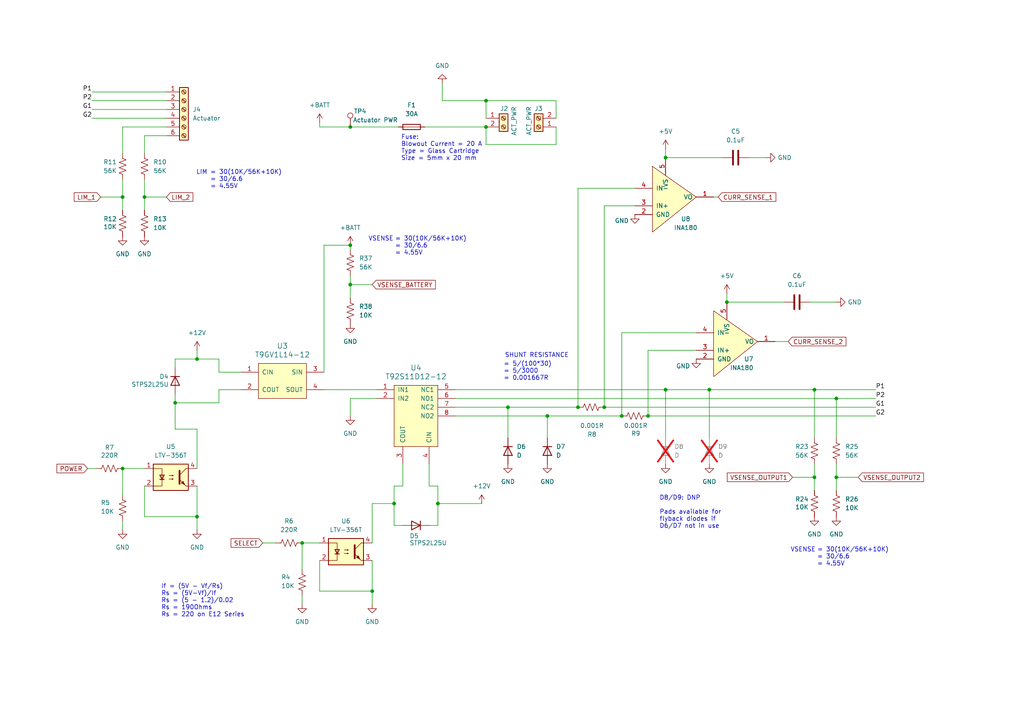
<source format=kicad_sch>
(kicad_sch (version 20231120) (generator "eeschema") (generator_version "8.0")
  (paper "A4")
  (lib_symbols
    (symbol "Connector:Screw_Terminal_01x02" (pin_names (offset 1.016) hide)
      (property "Reference" "J" (at 0 2.54 0))
      (property "Value" "Screw_Terminal_01x02" (at 0 -5.08 0))
      (symbol "Screw_Terminal_01x02_1_1"
        (rectangle (start -1.27 1.27) (end 1.27 -3.81) (stroke (width 0.254)) (fill (type background)))
        (circle (center 0 -2.54) (radius 0.635) (stroke (width 0.1524)))
        (polyline (pts (xy -0.5334 -2.2098) (xy 0.3302 -3.048)) (stroke (width 0.1524)))
        (polyline (pts (xy -0.5334 0.3302) (xy 0.3302 -0.508)) (stroke (width 0.1524)))
        (polyline (pts (xy -0.3556 -2.032) (xy 0.508 -2.8702)) (stroke (width 0.1524)))
        (polyline (pts (xy -0.3556 0.508) (xy 0.508 -0.3302)) (stroke (width 0.1524)))
        (circle (center 0 0) (radius 0.635) (stroke (width 0.1524)))
        (pin passive line (at -5.08 0 0) (length 3.81) (name "Pin_1") (number "1"))
        (pin passive line (at -5.08 -2.54 0) (length 3.81) (name "Pin_2") (number "2"))
      )
    )
    (symbol "Connector:Screw_Terminal_01x06" (pin_names (offset 1.016) hide)
      (property "Reference" "J" (at 0 7.62 0))
      (property "Value" "Screw_Terminal_01x06" (at 0 -10.16 0))
      (symbol "Screw_Terminal_01x06_1_1"
        (rectangle (start -1.27 6.35) (end 1.27 -8.89) (stroke (width 0.254)) (fill (type background)))
        (circle (center 0 -7.62) (radius 0.635) (stroke (width 0.1524)))
        (circle (center 0 -5.08) (radius 0.635) (stroke (width 0.1524)))
        (circle (center 0 -2.54) (radius 0.635) (stroke (width 0.1524)))
        (polyline (pts (xy -0.5334 -7.2898) (xy 0.3302 -8.128)) (stroke (width 0.1524)))
        (polyline (pts (xy -0.5334 -4.7498) (xy 0.3302 -5.588)) (stroke (width 0.1524)))
        (polyline (pts (xy -0.5334 -2.2098) (xy 0.3302 -3.048)) (stroke (width 0.1524)))
        (polyline (pts (xy -0.5334 0.3302) (xy 0.3302 -0.508)) (stroke (width 0.1524)))
        (polyline (pts (xy -0.5334 2.8702) (xy 0.3302 2.032)) (stroke (width 0.1524)))
        (polyline (pts (xy -0.5334 5.4102) (xy 0.3302 4.572)) (stroke (width 0.1524)))
        (polyline (pts (xy -0.3556 -7.112) (xy 0.508 -7.9502)) (stroke (width 0.1524)))
        (polyline (pts (xy -0.3556 -4.572) (xy 0.508 -5.4102)) (stroke (width 0.1524)))
        (polyline (pts (xy -0.3556 -2.032) (xy 0.508 -2.8702)) (stroke (width 0.1524)))
        (polyline (pts (xy -0.3556 0.508) (xy 0.508 -0.3302)) (stroke (width 0.1524)))
        (polyline (pts (xy -0.3556 3.048) (xy 0.508 2.2098)) (stroke (width 0.1524)))
        (polyline (pts (xy -0.3556 5.588) (xy 0.508 4.7498)) (stroke (width 0.1524)))
        (circle (center 0 0) (radius 0.635) (stroke (width 0.1524)))
        (circle (center 0 2.54) (radius 0.635) (stroke (width 0.1524)))
        (circle (center 0 5.08) (radius 0.635) (stroke (width 0.1524)))
        (pin passive line (at -5.08 5.08 0) (length 3.81) (name "Pin_1") (number "1"))
        (pin passive line (at -5.08 2.54 0) (length 3.81) (name "Pin_2") (number "2"))
        (pin passive line (at -5.08 0 0) (length 3.81) (name "Pin_3") (number "3"))
        (pin passive line (at -5.08 -2.54 0) (length 3.81) (name "Pin_4") (number "4"))
        (pin passive line (at -5.08 -5.08 0) (length 3.81) (name "Pin_5") (number "5"))
        (pin passive line (at -5.08 -7.62 0) (length 3.81) (name "Pin_6") (number "6"))
      )
    )
    (symbol "Connector:TestPoint" (pin_numbers hide) (pin_names (offset 0.762) hide)
      (property "Reference" "TP" (at 0 6.858 0))
      (property "Value" "TestPoint" (at 0 5.08 0))
      (symbol "TestPoint_0_1"
        (circle (center 0 3.302) (radius 0.762))
      )
      (symbol "TestPoint_1_1"
        (pin passive line (at 0 0 90) (length 2.54) (name "1") (number "1"))
      )
    )
    (symbol "Device:C" (pin_numbers hide) (pin_names (offset 0.254))
      (property "Reference" "C" (at 0.635 2.54 0))
      (property "Value" "C" (at 0.635 -2.54 0))
      (symbol "C_0_1"
        (polyline (pts (xy -2.032 -0.762) (xy 2.032 -0.762)) (stroke (width 0.508)))
        (polyline (pts (xy -2.032 0.762) (xy 2.032 0.762)) (stroke (width 0.508)))
      )
      (symbol "C_1_1"
        (pin passive line (at 0 3.81 270) (length 2.794) (name "~") (number "1"))
        (pin passive line (at 0 -3.81 90) (length 2.794) (name "~") (number "2"))
      )
    )
    (symbol "Device:D" (pin_numbers hide) (pin_names (offset 1.016) hide)
      (property "Reference" "D" (at 0 2.54 0))
      (property "Value" "D" (at 0 -2.54 0))
      (symbol "D_0_1"
        (polyline (pts (xy -1.27 1.27) (xy -1.27 -1.27)) (stroke (width 0.254)))
        (polyline (pts (xy 1.27 0) (xy -1.27 0)))
        (polyline (pts (xy 1.27 1.27) (xy 1.27 -1.27) (xy -1.27 0) (xy 1.27 1.27)) (stroke (width 0.254)))
      )
      (symbol "D_1_1"
        (pin passive line (at -3.81 0 0) (length 2.54) (name "K") (number "1"))
        (pin passive line (at 3.81 0 180) (length 2.54) (name "A") (number "2"))
      )
    )
    (symbol "Device:Fuse" (pin_numbers hide) (pin_names (offset 0))
      (property "Reference" "F" (at 2.032 0 90))
      (property "Value" "Fuse" (at -1.905 0 90))
      (symbol "Fuse_0_1"
        (rectangle (start -0.762 -2.54) (end 0.762 2.54) (stroke (width 0.254)))
        (polyline (pts (xy 0 2.54) (xy 0 -2.54)))
      )
      (symbol "Fuse_1_1"
        (pin passive line (at 0 3.81 270) (length 1.27) (name "~") (number "1"))
        (pin passive line (at 0 -3.81 90) (length 1.27) (name "~") (number "2"))
      )
    )
    (symbol "Device:R_US" (pin_numbers hide) (pin_names (offset 0))
      (property "Reference" "R" (at 2.54 0 90))
      (property "Value" "R_US" (at -2.54 0 90))
      (symbol "R_US_0_1"
        (polyline (pts (xy 0 -2.286) (xy 0 -2.54)))
        (polyline (pts (xy 0 2.286) (xy 0 2.54)))
        (polyline (pts (xy 0 -0.762) (xy 1.016 -1.143) (xy 0 -1.524) (xy -1.016 -1.905) (xy 0 -2.286)))
        (polyline (pts (xy 0 0.762) (xy 1.016 0.381) (xy 0 0) (xy -1.016 -0.381) (xy 0 -0.762)))
        (polyline (pts (xy 0 2.286) (xy 1.016 1.905) (xy 0 1.524) (xy -1.016 1.143) (xy 0 0.762)))
      )
      (symbol "R_US_1_1"
        (pin passive line (at 0 3.81 270) (length 1.27) (name "~") (number "1"))
        (pin passive line (at 0 -3.81 90) (length 1.27) (name "~") (number "2"))
      )
    )
    (symbol "Isolator:LTV-356T" (pin_names (offset 1.016))
      (property "Reference" "U" (at -5.334 4.826 0))
      (property "Value" "LTV-356T" (at 0 5.08 0))
      (symbol "LTV-356T_0_1"
        (rectangle (start -5.08 3.81) (end 5.08 -3.81) (stroke (width 0.254)) (fill (type background)))
        (polyline (pts (xy -3.175 -0.635) (xy -1.905 -0.635)) (stroke (width 0.254)))
        (polyline (pts (xy 2.54 0.635) (xy 4.445 2.54)))
        (polyline (pts (xy 4.445 -2.54) (xy 2.54 -0.635)) (fill (type outline)))
        (polyline (pts (xy 4.445 -2.54) (xy 5.08 -2.54)))
        (polyline (pts (xy 4.445 2.54) (xy 5.08 2.54)))
        (polyline (pts (xy -5.08 2.54) (xy -2.54 2.54) (xy -2.54 -0.762)))
        (polyline (pts (xy -2.54 -0.635) (xy -2.54 -2.54) (xy -5.08 -2.54)))
        (polyline (pts (xy 2.54 1.905) (xy 2.54 -1.905) (xy 2.54 -1.905)) (stroke (width 0.508)))
        (polyline (pts (xy -2.54 -0.635) (xy -3.175 0.635) (xy -1.905 0.635) (xy -2.54 -0.635)) (stroke (width 0.254)))
        (polyline (pts (xy -0.508 -0.508) (xy 0.762 -0.508) (xy 0.381 -0.635) (xy 0.381 -0.381) (xy 0.762 -0.508)))
        (polyline (pts (xy -0.508 0.508) (xy 0.762 0.508) (xy 0.381 0.381) (xy 0.381 0.635) (xy 0.762 0.508)))
        (polyline (pts (xy 3.048 -1.651) (xy 3.556 -1.143) (xy 4.064 -2.159) (xy 3.048 -1.651) (xy 3.048 -1.651)) (fill (type outline)))
      )
      (symbol "LTV-356T_1_1"
        (pin passive line (at -7.62 2.54 0) (length 2.54) (name "~") (number "1"))
        (pin passive line (at -7.62 -2.54 0) (length 2.54) (name "~") (number "2"))
        (pin passive line (at 7.62 -2.54 180) (length 2.54) (name "~") (number "3"))
        (pin passive line (at 7.62 2.54 180) (length 2.54) (name "~") (number "4"))
      )
    )
    (symbol "canhw:INA180" (pin_names (offset 1.016))
      (property "Reference" "U" (at -5.08 13.97 0))
      (property "Value" "INA180" (at -11.43 15.24 0))
      (symbol "INA180_0_1"
        (polyline (pts (xy 5.08 0) (xy -7.62 8.89)))
        (polyline (pts (xy -7.62 8.89) (xy -7.62 -10.16) (xy 5.08 0)) (fill (type background)))
      )
      (symbol "INA180_1_1"
        (pin output line (at 10.16 0 180) (length 5.08) (name "VO") (number "1"))
        (pin power_in line (at -12.7 -5.08 0) (length 5.08) (name "GND") (number "2"))
        (pin input line (at -12.7 -2.54 0) (length 5.08) (name "IN+") (number "3"))
        (pin input line (at -12.7 2.54 0) (length 5.08) (name "IN-") (number "4"))
        (pin power_in line (at -3.81 11.43 270) (length 5.08) (name "VS") (number "5"))
      )
    )
    (symbol "power:+12V" (power) (pin_numbers hide) (pin_names (offset 0) hide)
      (property "Value" "+12V" (at 0 3.556 0))
      (symbol "+12V_0_1"
        (polyline (pts (xy -0.762 1.27) (xy 0 2.54)))
        (polyline (pts (xy 0 0) (xy 0 2.54)))
        (polyline (pts (xy 0 2.54) (xy 0.762 1.27)))
      )
      (symbol "+12V_1_1"
        (pin power_in line (at 0 0 90) (length 0) (name "~") (number "1"))
      )
    )
    (symbol "power:+5V" (power) (pin_numbers hide) (pin_names (offset 0) hide)
      (property "Value" "+5V" (at 0 3.556 0))
      (symbol "+5V_0_1"
        (polyline (pts (xy -0.762 1.27) (xy 0 2.54)))
        (polyline (pts (xy 0 0) (xy 0 2.54)))
        (polyline (pts (xy 0 2.54) (xy 0.762 1.27)))
      )
      (symbol "+5V_1_1"
        (pin power_in line (at 0 0 90) (length 0) (name "~") (number "1"))
      )
    )
    (symbol "power:+BATT" (power) (pin_numbers hide) (pin_names (offset 0) hide)
      (property "Value" "+BATT" (at 0 3.556 0))
      (symbol "+BATT_0_1"
        (polyline (pts (xy -0.762 1.27) (xy 0 2.54)))
        (polyline (pts (xy 0 0) (xy 0 2.54)))
        (polyline (pts (xy 0 2.54) (xy 0.762 1.27)))
      )
      (symbol "+BATT_1_1"
        (pin power_in line (at 0 0 90) (length 0) (name "~") (number "1"))
      )
    )
    (symbol "power:GND" (power) (pin_numbers hide) (pin_names (offset 0) hide)
      (property "Value" "GND" (at 0 -3.81 0))
      (symbol "GND_0_1"
        (polyline (pts (xy 0 0) (xy 0 -1.27) (xy 1.27 -1.27) (xy 0 -2.54) (xy -1.27 -1.27) (xy 0 -1.27)))
      )
      (symbol "GND_1_1"
        (pin power_in line (at 0 0 270) (length 0) (name "~") (number "1"))
      )
    )
    (symbol "relay_board:SPST_POWER_RELAY" (pin_names (offset 1.016))
      (property "Reference" "U3" (at -0.635 2.54 0))
      (property "Value" "SPST_POWER_RELAY" (at -0.635 0 0))
      (symbol "SPST_POWER_RELAY_1_1"
        (rectangle (start -7.62 -2.54) (end 6.35 -12.7) (fill (type background)))
        (pin input line (at -12.7 -5.08 0) (length 5.08) (name "CIN") (number "1"))
        (pin output line (at -12.7 -10.16 0) (length 5.08) (name "COUT") (number "2"))
        (pin input line (at 11.43 -5.08 180) (length 5.08) (name "SIN") (number "3"))
        (pin output line (at 11.43 -10.16 180) (length 5.08) (name "SOUT") (number "4"))
      )
    )
    (symbol "relay_board:dpdt_relay" (pin_names (offset 1.016))
      (property "Reference" "U4" (at 0 2.54 0))
      (property "Value" "dpdt_relay" (at 0 0 0))
      (symbol "dpdt_relay_1_1"
        (rectangle (start -6.35 -2.54) (end 6.35 -20.32) (fill (type background)))
        (pin input line (at -11.43 -3.81 0) (length 5.08) (name "IN1") (number "1"))
        (pin input line (at -11.43 -6.35 0) (length 5.08) (name "IN2") (number "2"))
        (pin input line (at -3.81 -25.4 90) (length 5.08) (name "COUT") (number "3"))
        (pin input line (at 3.81 -25.4 90) (length 5.08) (name "CIN") (number "4"))
        (pin input line (at 11.43 -3.81 180) (length 5.08) (name "NC1") (number "5"))
        (pin input line (at 11.43 -6.35 180) (length 5.08) (name "NO1") (number "6"))
        (pin input line (at 11.43 -8.89 180) (length 5.08) (name "NC2") (number "7"))
        (pin input line (at 11.43 -11.43 180) (length 5.08) (name "NO2") (number "8"))
      )
    )
  )
  (junction (at 147.32 118.11))
  (junction (at 180.34 120.65))
  (junction (at 50.8 116.84))
  (junction (at 140.97 36.83))
  (junction (at 101.6 36.83))
  (junction (at 193.04 45.72))
  (junction (at 114.3 146.05))
  (junction (at 57.15 149.86))
  (junction (at 242.57 138.43))
  (junction (at 127 146.05))
  (junction (at 35.56 57.15))
  (junction (at 236.22 113.03))
  (junction (at 107.95 171.45))
  (junction (at 101.6 82.55))
  (junction (at 87.63 157.48))
  (junction (at 175.26 118.11))
  (junction (at 158.75 120.65))
  (junction (at 41.91 57.15))
  (junction (at 236.22 138.43))
  (junction (at 210.82 87.63))
  (junction (at 167.64 118.11))
  (junction (at 57.15 104.14))
  (junction (at 187.96 120.65))
  (junction (at 193.04 113.03))
  (junction (at 242.57 115.57))
  (junction (at 35.56 135.89))
  (junction (at 101.6 71.12))
  (junction (at 205.74 113.03))
  (junction (at 140.97 29.21))
  (wire (pts (xy 158.75 120.65) (xy 180.34 120.65)))
  (wire (pts (xy 180.34 96.52) (xy 180.34 120.65)))
  (wire (pts (xy 63.5 104.14) (xy 63.5 107.95)))
  (wire (pts (xy 234.95 87.63) (xy 242.57 87.63)))
  (wire (pts (xy 132.08 120.65) (xy 158.75 120.65)))
  (wire (pts (xy 210.82 85.09) (xy 210.82 87.63)))
  (wire (pts (xy 217.17 45.72) (xy 222.25 45.72)))
  (wire (pts (xy 50.8 104.14) (xy 50.8 106.68)))
  (wire (pts (xy 57.15 124.46) (xy 57.15 135.89)))
  (wire (pts (xy 57.15 104.14) (xy 63.5 104.14)))
  (wire (pts (xy 132.08 118.11) (xy 147.32 118.11)))
  (wire (pts (xy 147.32 118.11) (xy 147.32 127)))
  (wire (pts (xy 50.8 116.84) (xy 50.8 124.46)))
  (wire (pts (xy 207.01 57.15) (xy 208.28 57.15)))
  (wire (pts (xy 161.29 41.91) (xy 140.97 41.91)))
  (wire (pts (xy 124.46 152.4) (xy 127 152.4)))
  (wire (pts (xy 140.97 34.29) (xy 140.97 29.21)))
  (wire (pts (xy 87.63 157.48) (xy 92.71 157.48)))
  (wire (pts (xy 93.98 113.03) (xy 109.22 113.03)))
  (wire (pts (xy 26.67 31.75) (xy 48.26 31.75)))
  (wire (pts (xy 35.56 135.89) (xy 41.91 135.89)))
  (wire (pts (xy 205.74 113.03) (xy 205.74 127)))
  (wire (pts (xy 25.4 135.89) (xy 27.94 135.89)))
  (wire (pts (xy 175.26 59.69) (xy 184.15 59.69)))
  (wire (pts (xy 50.8 116.84) (xy 63.5 116.84)))
  (wire (pts (xy 35.56 57.15) (xy 35.56 60.96)))
  (wire (pts (xy 140.97 36.83) (xy 123.19 36.83)))
  (wire (pts (xy 57.15 149.86) (xy 57.15 153.67)))
  (wire (pts (xy 127 146.05) (xy 127 140.97)))
  (wire (pts (xy 242.57 138.43) (xy 242.57 142.24)))
  (wire (pts (xy 41.91 57.15) (xy 48.26 57.15)))
  (wire (pts (xy 101.6 82.55) (xy 101.6 86.36)))
  (wire (pts (xy 26.67 34.29) (xy 48.26 34.29)))
  (wire (pts (xy 57.15 140.97) (xy 57.15 149.86)))
  (wire (pts (xy 114.3 152.4) (xy 116.84 152.4)))
  (wire (pts (xy 35.56 36.83) (xy 35.56 44.45)))
  (wire (pts (xy 224.79 99.06) (xy 228.6 99.06)))
  (wire (pts (xy 107.95 146.05) (xy 114.3 146.05)))
  (wire (pts (xy 187.96 101.6) (xy 187.96 120.65)))
  (wire (pts (xy 101.6 36.83) (xy 115.57 36.83)))
  (wire (pts (xy 242.57 115.57) (xy 242.57 127)))
  (wire (pts (xy 35.56 135.89) (xy 35.56 143.51)))
  (wire (pts (xy 93.98 71.12) (xy 101.6 71.12)))
  (wire (pts (xy 114.3 146.05) (xy 114.3 152.4)))
  (wire (pts (xy 147.32 118.11) (xy 167.64 118.11)))
  (wire (pts (xy 210.82 87.63) (xy 227.33 87.63)))
  (wire (pts (xy 236.22 134.62) (xy 236.22 138.43)))
  (wire (pts (xy 193.04 43.18) (xy 193.04 45.72)))
  (wire (pts (xy 140.97 29.21) (xy 161.29 29.21)))
  (wire (pts (xy 193.04 113.03) (xy 193.04 127)))
  (wire (pts (xy 101.6 80.01) (xy 101.6 82.55)))
  (wire (pts (xy 57.15 101.6) (xy 57.15 104.14)))
  (wire (pts (xy 76.2 157.48) (xy 80.01 157.48)))
  (wire (pts (xy 175.26 59.69) (xy 175.26 118.11)))
  (wire (pts (xy 92.71 35.56) (xy 92.71 36.83)))
  (wire (pts (xy 107.95 162.56) (xy 107.95 171.45)))
  (wire (pts (xy 101.6 82.55) (xy 107.95 82.55)))
  (wire (pts (xy 41.91 140.97) (xy 41.91 149.86)))
  (wire (pts (xy 114.3 140.97) (xy 116.84 140.97)))
  (wire (pts (xy 63.5 113.03) (xy 69.85 113.03)))
  (wire (pts (xy 193.04 113.03) (xy 205.74 113.03)))
  (wire (pts (xy 242.57 115.57) (xy 254 115.57)))
  (wire (pts (xy 180.34 96.52) (xy 201.93 96.52)))
  (wire (pts (xy 140.97 29.21) (xy 128.27 29.21)))
  (wire (pts (xy 29.21 57.15) (xy 35.56 57.15)))
  (wire (pts (xy 205.74 113.03) (xy 236.22 113.03)))
  (wire (pts (xy 127 140.97) (xy 124.46 140.97)))
  (wire (pts (xy 236.22 138.43) (xy 236.22 142.24)))
  (wire (pts (xy 114.3 146.05) (xy 114.3 140.97)))
  (wire (pts (xy 93.98 71.12) (xy 93.98 107.95)))
  (wire (pts (xy 236.22 113.03) (xy 236.22 127)))
  (wire (pts (xy 132.08 113.03) (xy 193.04 113.03)))
  (wire (pts (xy 87.63 172.72) (xy 87.63 175.26)))
  (wire (pts (xy 87.63 157.48) (xy 87.63 165.1)))
  (wire (pts (xy 229.87 138.43) (xy 236.22 138.43)))
  (wire (pts (xy 161.29 36.83) (xy 161.29 41.91)))
  (wire (pts (xy 41.91 52.07) (xy 41.91 57.15)))
  (wire (pts (xy 132.08 115.57) (xy 242.57 115.57)))
  (wire (pts (xy 41.91 39.37) (xy 41.91 44.45)))
  (wire (pts (xy 158.75 120.65) (xy 158.75 127)))
  (wire (pts (xy 101.6 72.39) (xy 101.6 71.12)))
  (wire (pts (xy 35.56 151.13) (xy 35.56 153.67)))
  (wire (pts (xy 242.57 134.62) (xy 242.57 138.43)))
  (wire (pts (xy 26.67 26.67) (xy 48.26 26.67)))
  (wire (pts (xy 175.26 118.11) (xy 254 118.11)))
  (wire (pts (xy 167.64 54.61) (xy 167.64 118.11)))
  (wire (pts (xy 167.64 54.61) (xy 184.15 54.61)))
  (wire (pts (xy 236.22 113.03) (xy 254 113.03)))
  (wire (pts (xy 127 152.4) (xy 127 146.05)))
  (wire (pts (xy 50.8 124.46) (xy 57.15 124.46)))
  (wire (pts (xy 127 146.05) (xy 139.7 146.05)))
  (wire (pts (xy 140.97 41.91) (xy 140.97 36.83)))
  (wire (pts (xy 35.56 52.07) (xy 35.56 57.15)))
  (wire (pts (xy 116.84 140.97) (xy 116.84 134.62)))
  (wire (pts (xy 48.26 39.37) (xy 41.91 39.37)))
  (wire (pts (xy 50.8 104.14) (xy 57.15 104.14)))
  (wire (pts (xy 92.71 36.83) (xy 101.6 36.83)))
  (wire (pts (xy 41.91 57.15) (xy 41.91 60.96)))
  (wire (pts (xy 101.6 115.57) (xy 101.6 120.65)))
  (wire (pts (xy 48.26 36.83) (xy 35.56 36.83)))
  (wire (pts (xy 107.95 171.45) (xy 107.95 175.26)))
  (wire (pts (xy 26.67 29.21) (xy 48.26 29.21)))
  (wire (pts (xy 63.5 107.95) (xy 69.85 107.95)))
  (wire (pts (xy 161.29 29.21) (xy 161.29 34.29)))
  (wire (pts (xy 41.91 149.86) (xy 57.15 149.86)))
  (wire (pts (xy 92.71 162.56) (xy 92.71 171.45)))
  (wire (pts (xy 109.22 115.57) (xy 101.6 115.57)))
  (wire (pts (xy 107.95 146.05) (xy 107.95 157.48)))
  (wire (pts (xy 128.27 24.13) (xy 128.27 29.21)))
  (wire (pts (xy 242.57 138.43) (xy 248.92 138.43)))
  (wire (pts (xy 193.04 45.72) (xy 209.55 45.72)))
  (wire (pts (xy 63.5 116.84) (xy 63.5 113.03)))
  (wire (pts (xy 124.46 140.97) (xy 124.46 134.62)))
  (wire (pts (xy 92.71 171.45) (xy 107.95 171.45)))
  (wire (pts (xy 187.96 120.65) (xy 254 120.65)))
  (wire (pts (xy 50.8 114.3) (xy 50.8 116.84)))
  (wire (pts (xy 187.96 101.6) (xy 201.93 101.6)))
  (text "If = (5V - Vf/Rs)\nRs = (5V-Vf)/If\nRs = (5 - 1.2)/0.02\nRs = 190Ohms\nRs = 220 on E12 Series" (at 46.736 174.244 0) (effects (font (size 1.27 1.27)) (justify left)))
  (text "= 5/(100*30)\n= 5/3000\n= 0.001667R" (at 146.05 107.696 0) (effects (font (size 1.27 1.27)) (justify left)))
  (text "LIM" (at 56.896 50.038 0) (effects (font (size 1.27 1.27)) (justify left)))
  (text "Fuse: \nBlowout Current = 20 A\nType = Glass Cartridge\nSize = 5mm x 20 mm" (at 116.332 42.926 0) (effects (font (size 1.27 1.27)) (justify left)))
  (text "SHUNT RESISTANCE" (at 155.702 103.124 0) (effects (font (size 1.27 1.27))))
  (text "VSENSE" (at 232.918 159.512 0) (effects (font (size 1.27 1.27))))
  (text "D8/D9: DNP\n\nPads available for \nflyback diodes if \nD6/D7 not in use" (at 191.262 148.59 0) (effects (font (size 1.27 1.27)) (justify left)))
  (text "= 30(10K/56K+10K)\n= 30/6.6\n= 4.55V" (at 114.554 71.374 0) (effects (font (size 1.27 1.27)) (justify left)))
  (text "= 30(10K/56K+10K)\n= 30/6.6\n= 4.55V" (at 60.96 52.07 0) (effects (font (size 1.27 1.27)) (justify left)))
  (text "VSENSE" (at 110.49 69.342 0) (effects (font (size 1.27 1.27))))
  (text "= 30(10K/56K+10K)\n= 30/6.6\n= 4.55V" (at 236.982 161.544 0) (effects (font (size 1.27 1.27)) (justify left)))
  (label "P2" (at 254 115.57 0))
  (label "G2" (at 26.67 34.29 180))
  (label "G2" (at 254 120.65 0))
  (label "P2" (at 26.67 29.21 180))
  (label "P1" (at 26.67 26.67 180))
  (label "P1" (at 254 113.03 0))
  (label "G1" (at 26.67 31.75 180))
  (label "G1" (at 254 118.11 0))
  (global_label "CURR_SENSE_2" (shape input) (at 228.6 99.06 0) (property "Intersheetrefs" "${INTERSHEET_REFS}" (effects (hide yes))))
  (global_label "VSENSE_OUTPUT2" (shape input) (at 248.92 138.43 0) (property "Intersheetrefs" "${INTERSHEET_REFS}" (effects (hide yes))))
  (global_label "VSENSE_OUTPUT1" (shape input) (at 229.87 138.43 180) (property "Intersheetrefs" "${INTERSHEET_REFS}" (effects (hide yes))))
  (global_label "SELECT" (shape input) (at 76.2 157.48 180) (property "Intersheetrefs" "${INTERSHEET_REFS}" (effects (hide yes))))
  (global_label "LIM_1" (shape input) (at 29.21 57.15 180) (property "Intersheetrefs" "${INTERSHEET_REFS}" (effects (hide yes))))
  (global_label "LIM_2" (shape input) (at 48.26 57.15 0) (property "Intersheetrefs" "${INTERSHEET_REFS}" (effects (hide yes))))
  (global_label "CURR_SENSE_1" (shape input) (at 208.28 57.15 0) (property "Intersheetrefs" "${INTERSHEET_REFS}" (effects (hide yes))))
  (global_label "VSENSE_BATTERY" (shape input) (at 107.95 82.55 0) (property "Intersheetrefs" "${INTERSHEET_REFS}" (effects (hide yes))))
  (global_label "POWER" (shape input) (at 25.4 135.89 180) (property "Intersheetrefs" "${INTERSHEET_REFS}" (effects (hide yes))))
  (symbol (lib_id "power:GND") (at 101.6 93.98 0) (unit 1)
    (property "Reference" "#PWR073" (effects (hide yes)))
    (property "Value" "GND" (at 101.6 99.06 0))
    (property "Description" "Power symbol creates a global label with name \"GND\" , ground" (effects (hide yes)))
  )
  (symbol (lib_id "Connector:TestPoint") (at 101.6 36.83 0) (unit 1)
    (property "Reference" "TP4" (at 102.616 32.258 0) (effects (justify left)))
    (property "Value" "Actuator PWR" (at 102.362 34.798 0) (effects (justify left)))
    (property "Footprint" "TestPoint:TestPoint_Keystone_5000-5004_Miniature" (effects (hide yes)))
    (property "Description" "test point" (effects (hide yes)))
  )
  (symbol (lib_id "power:+12V") (at 57.15 101.6 0) (unit 1)
    (property "Reference" "#PWR053" (effects (hide yes)))
    (property "Value" "+12V" (at 57.15 96.52 0))
    (property "Description" "Power symbol creates a global label with name \"+12V\"" (effects (hide yes)))
  )
  (symbol (lib_id "Device:R_US") (at 101.6 90.17 180) (unit 1)
    (property "Reference" "R38" (at 104.14 88.8999 0) (effects (justify right)))
    (property "Value" "10K" (at 104.14 91.44 0) (effects (justify right)))
    (property "Footprint" "Resistor_SMD:R_0805_2012Metric_Pad1.20x1.40mm_HandSolder" (effects (hide yes)))
    (property "Description" "Resistor, US symbol" (effects (hide yes)))
  )
  (symbol (lib_id "relay_board:dpdt_relay") (at 120.65 109.22 0) (unit 1)
    (property "Reference" "U4" (at 120.65 106.68 0) (effects (font (size 1.524 1.524))))
    (property "Value" "T92S11D12-12" (at 120.65 109.22 0) (effects (font (size 1.524 1.524))))
    (property "Footprint" "footprints:RELAY8-T92-MODULE" (effects (hide yes)))
  )
  (symbol (lib_id "power:GND") (at 242.57 87.63 90) (unit 1)
    (property "Reference" "#PWR035" (effects (hide yes)))
    (property "Value" "GND" (at 247.904 87.63 90))
    (property "Description" "Power symbol creates a global label with name \"GND\" , ground" (effects (hide yes)))
  )
  (symbol (lib_id "Device:C") (at 213.36 45.72 90) (unit 1)
    (property "Reference" "C5" (at 213.36 38.1 90))
    (property "Value" "0.1uF" (at 213.36 40.64 90))
    (property "Footprint" "Capacitor_SMD:C_0805_2012Metric_Pad1.18x1.45mm_HandSolder" (effects (hide yes)))
    (property "Description" "Unpolarized capacitor" (effects (hide yes)))
  )
  (symbol (lib_id "canhw:INA180") (at 196.85 57.15 0) (unit 1)
    (property "Reference" "U8" (at 198.882 63.5 0))
    (property "Value" "INA180" (at 198.882 66.04 0))
    (property "Footprint" "Package_TO_SOT_SMD:SOT-23-5_HandSoldering" (effects (hide yes)))
  )
  (symbol (lib_id "Device:R_US") (at 41.91 48.26 180) (unit 1)
    (property "Reference" "R10" (at 44.45 46.9899 0) (effects (justify right)))
    (property "Value" "56K" (at 44.45 49.5299 0) (effects (justify right)))
    (property "Footprint" "Resistor_SMD:R_0805_2012Metric_Pad1.20x1.40mm_HandSolder" (effects (hide yes)))
    (property "Description" "Resistor, US symbol" (effects (hide yes)))
  )
  (symbol (lib_id "Device:Fuse") (at 119.38 36.83 90) (unit 1)
    (property "Reference" "F1" (at 119.38 30.48 90))
    (property "Value" "30A" (at 119.38 33.02 90))
    (property "Footprint" "footprints:3557-10_KEY" (effects (hide yes)))
    (property "Description" "Fuse" (effects (hide yes)))
  )
  (symbol (lib_id "Device:R_US") (at 242.57 130.81 180) (unit 1)
    (property "Reference" "R25" (at 245.11 129.5399 0) (effects (justify right)))
    (property "Value" "56K" (at 245.11 132.0799 0) (effects (justify right)))
    (property "Footprint" "Resistor_SMD:R_0805_2012Metric_Pad1.20x1.40mm_HandSolder" (effects (hide yes)))
    (property "Description" "Resistor, US symbol" (effects (hide yes)))
  )
  (symbol (lib_id "Device:R_US") (at 242.57 146.05 180) (unit 1)
    (property "Reference" "R26" (at 245.11 144.7799 0) (effects (justify right)))
    (property "Value" "10K" (at 245.11 147.32 0) (effects (justify right)))
    (property "Footprint" "Resistor_SMD:R_0805_2012Metric_Pad1.20x1.40mm_HandSolder" (effects (hide yes)))
    (property "Description" "Resistor, US symbol" (effects (hide yes)))
  )
  (symbol (lib_id "Device:R_US") (at 171.45 118.11 90) (unit 1)
    (property "Reference" "R8" (at 171.704 125.984 90))
    (property "Value" "0.001R" (at 171.704 123.444 90))
    (property "Footprint" "Resistor_SMD:R_0805_2012Metric_Pad1.20x1.40mm_HandSolder" (effects (hide yes)))
    (property "Description" "Resistor, US symbol" (effects (hide yes)))
  )
  (symbol (lib_id "power:GND") (at 201.93 104.14 0) (unit 1)
    (property "Reference" "#PWR030" (effects (hide yes)))
    (property "Value" "GND" (at 198.12 106.172 0))
    (property "Description" "Power symbol creates a global label with name \"GND\" , ground" (effects (hide yes)))
  )
  (symbol (lib_id "Device:R_US") (at 236.22 130.81 0) (unit 1)
    (property "Reference" "R23" (at 230.632 129.54 0) (effects (justify left)))
    (property "Value" "56K" (at 230.632 132.08 0) (effects (justify left)))
    (property "Footprint" "Resistor_SMD:R_0805_2012Metric_Pad1.20x1.40mm_HandSolder" (effects (hide yes)))
    (property "Description" "Resistor, US symbol" (effects (hide yes)))
  )
  (symbol (lib_id "power:GND") (at 205.74 134.62 0) (unit 1)
    (property "Reference" "#PWR029" (effects (hide yes)))
    (property "Value" "GND" (at 205.74 139.7 0))
    (property "Description" "Power symbol creates a global label with name \"GND\" , ground" (effects (hide yes)))
  )
  (symbol (lib_id "Device:C") (at 231.14 87.63 90) (unit 1)
    (property "Reference" "C6" (at 231.14 80.01 90))
    (property "Value" "0.1uF" (at 231.14 82.55 90))
    (property "Footprint" "Capacitor_SMD:C_0805_2012Metric_Pad1.18x1.45mm_HandSolder" (effects (hide yes)))
    (property "Description" "Unpolarized capacitor" (effects (hide yes)))
  )
  (symbol (lib_id "Connector:Screw_Terminal_01x06") (at 53.34 31.75 0) (unit 1)
    (property "Reference" "J4" (at 55.88 31.7499 0) (effects (justify left)))
    (property "Value" "Actuator" (at 55.88 34.2899 0) (effects (justify left)))
    (property "Footprint" "TerminalBlock_Phoenix:TerminalBlock_Phoenix_MKDS-1,5-6_1x06_P5.00mm_Horizontal" (effects (hide yes)))
    (property "Description" "Generic screw terminal, single row, 01x06, script generated (kicad-library-utils/schlib/autogen/connector/)" (effects (hide yes)))
  )
  (symbol (lib_id "Device:R_US") (at 35.56 147.32 0) (unit 1)
    (property "Reference" "R5" (at 29.21 145.796 0) (effects (justify left)))
    (property "Value" "10K" (at 29.21 148.336 0) (effects (justify left)))
    (property "Footprint" "Resistor_SMD:R_0805_2012Metric_Pad1.20x1.40mm_HandSolder" (effects (hide yes)))
    (property "Description" "Resistor, US symbol" (effects (hide yes)))
  )
  (symbol (lib_id "Device:R_US") (at 83.82 157.48 90) (unit 1)
    (property "Reference" "R6" (at 83.82 151.13 90))
    (property "Value" "220R" (at 83.82 153.67 90))
    (property "Footprint" "Resistor_SMD:R_0805_2012Metric_Pad1.20x1.40mm_HandSolder" (effects (hide yes)))
    (property "Description" "Resistor, US symbol" (effects (hide yes)))
  )
  (symbol (lib_id "power:GND") (at 35.56 153.67 0) (unit 1)
    (property "Reference" "#PWR020" (effects (hide yes)))
    (property "Value" "GND" (at 35.56 158.75 0))
    (property "Description" "Power symbol creates a global label with name \"GND\" , ground" (effects (hide yes)))
  )
  (symbol (lib_id "power:+12V") (at 139.7 146.05 0) (unit 1)
    (property "Reference" "#PWR023" (effects (hide yes)))
    (property "Value" "+12V" (at 139.7 140.97 0))
    (property "Description" "Power symbol creates a global label with name \"+12V\"" (effects (hide yes)))
  )
  (symbol (lib_id "power:GND") (at 222.25 45.72 90) (unit 1)
    (property "Reference" "#PWR034" (effects (hide yes)))
    (property "Value" "GND" (at 227.584 45.72 90))
    (property "Description" "Power symbol creates a global label with name \"GND\" , ground" (effects (hide yes)))
  )
  (symbol (lib_id "power:+5V") (at 193.04 43.18 0) (unit 1)
    (property "Reference" "#PWR033" (effects (hide yes)))
    (property "Value" "+5V" (at 193.04 38.1 0))
    (property "Description" "Power symbol creates a global label with name \"+5V\"" (effects (hide yes)))
  )
  (symbol (lib_id "power:+BATT") (at 92.71 35.56 0) (unit 1)
    (property "Reference" "#PWR054" (effects (hide yes)))
    (property "Value" "+BATT" (at 92.71 30.48 0))
    (property "Description" "Power symbol creates a global label with name \"+BATT\"" (effects (hide yes)))
  )
  (symbol (lib_id "Device:R_US") (at 41.91 64.77 180) (unit 1)
    (property "Reference" "R13" (at 44.45 63.4999 0) (effects (justify right)))
    (property "Value" "10K" (at 44.45 66.04 0) (effects (justify right)))
    (property "Footprint" "Resistor_SMD:R_0805_2012Metric_Pad1.20x1.40mm_HandSolder" (effects (hide yes)))
    (property "Description" "Resistor, US symbol" (effects (hide yes)))
  )
  (symbol (lib_id "power:GND") (at 35.56 68.58 0) (unit 1)
    (property "Reference" "#PWR036" (effects (hide yes)))
    (property "Value" "GND" (at 35.56 73.66 0))
    (property "Description" "Power symbol creates a global label with name \"GND\" , ground" (effects (hide yes)))
  )
  (symbol (lib_id "power:+BATT") (at 101.6 71.12 0) (unit 1)
    (property "Reference" "#PWR017" (effects (hide yes)))
    (property "Value" "+BATT" (at 101.6 66.04 0))
    (property "Description" "Power symbol creates a global label with name \"+BATT\"" (effects (hide yes)))
  )
  (symbol (lib_id "Device:R_US") (at 31.75 135.89 90) (unit 1)
    (property "Reference" "R7" (at 31.75 129.794 90))
    (property "Value" "220R" (at 31.75 132.08 90))
    (property "Footprint" "Resistor_SMD:R_0805_2012Metric_Pad1.20x1.40mm_HandSolder" (effects (hide yes)))
    (property "Description" "Resistor, US symbol" (effects (hide yes)))
  )
  (symbol (lib_id "Connector:Screw_Terminal_01x02") (at 146.05 34.29 0) (unit 1)
    (property "Reference" "J2" (at 145.034 31.496 0) (effects (justify left)))
    (property "Value" "ACT_PWR" (at 149.098 39.37 90) (effects (justify left)))
    (property "Footprint" "TerminalBlock_Phoenix:TerminalBlock_Phoenix_MKDS-1,5-2-5.08_1x02_P5.08mm_Horizontal" (effects (hide yes)))
    (property "Description" "Generic screw terminal, single row, 01x02, script generated (kicad-library-utils/schlib/autogen/connector/)" (effects (hide yes)))
  )
  (symbol (lib_id "Isolator:LTV-356T") (at 49.53 138.43 0) (unit 1)
    (property "Reference" "U5" (at 49.53 129.54 0))
    (property "Value" "LTV-356T" (at 49.53 132.08 0))
    (property "Footprint" "Package_SO:SO-4_4.4x3.6mm_P2.54mm" (effects (hide yes)))
    (property "Datasheet" "http://optoelectronics.liteon.com/upload/download/DS70-2001-010/S_110_LTV-356T%2020140520.pdf" (effects (hide yes)))
    (property "Description" "DC Optocoupler, Vce 80V, CTR 50%, SO-4" (effects (hide yes)))
  )
  (symbol (lib_id "canhw:INA180") (at 214.63 99.06 0) (unit 1)
    (property "Reference" "U7" (at 217.17 104.14 0))
    (property "Value" "INA180" (at 215.138 106.68 0))
    (property "Footprint" "Package_TO_SOT_SMD:SOT-23-5_HandSoldering" (effects (hide yes)))
  )
  (symbol (lib_id "Device:R_US") (at 35.56 64.77 0) (unit 1)
    (property "Reference" "R12" (at 29.972 63.5 0) (effects (justify left)))
    (property "Value" "10K" (at 29.972 65.786 0) (effects (justify left)))
    (property "Footprint" "Resistor_SMD:R_0805_2012Metric_Pad1.20x1.40mm_HandSolder" (effects (hide yes)))
    (property "Description" "Resistor, US symbol" (effects (hide yes)))
  )
  (symbol (lib_id "power:GND") (at 147.32 134.62 0) (unit 1)
    (property "Reference" "#PWR026" (effects (hide yes)))
    (property "Value" "GND" (at 147.32 139.7 0))
    (property "Description" "Power symbol creates a global label with name \"GND\" , ground" (effects (hide yes)))
  )
  (symbol (lib_id "power:GND") (at 128.27 24.13 180) (unit 1)
    (property "Reference" "#PWR025" (effects (hide yes)))
    (property "Value" "GND" (at 128.27 19.05 0))
    (property "Description" "Power symbol creates a global label with name \"GND\" , ground" (effects (hide yes)))
  )
  (symbol (lib_id "Device:D") (at 147.32 130.81 270) (unit 1)
    (property "Reference" "D6" (at 149.86 129.5399 90) (effects (justify left)))
    (property "Value" "D" (at 149.86 132.0799 90) (effects (justify left)))
    (property "Footprint" "Diode_SMD:D_SMB_Handsoldering" (effects (hide yes)))
    (property "Description" "Diode" (effects (hide yes)))
    (property "Sim.Device" "D" (effects (hide yes)))
    (property "Sim.Pins" "1=K 2=A" (effects (hide yes)))
  )
  (symbol (lib_id "relay_board:SPST_POWER_RELAY") (at 82.55 102.87 0) (unit 1)
    (property "Reference" "U3" (at 81.915 100.33 0) (effects (font (size 1.524 1.524))))
    (property "Value" "T9GV1L14-12" (at 81.915 102.87 0) (effects (font (size 1.524 1.524))))
    (property "Footprint" "footprints:T9GV1L1412" (effects (hide yes)))
  )
  (symbol (lib_id "power:GND") (at 57.15 153.67 0) (unit 1)
    (property "Reference" "#PWR019" (effects (hide yes)))
    (property "Value" "GND" (at 57.15 158.75 0))
    (property "Description" "Power symbol creates a global label with name \"GND\" , ground" (effects (hide yes)))
  )
  (symbol (lib_id "Device:R_US") (at 184.15 120.65 90) (unit 1)
    (property "Reference" "R9" (at 184.404 125.73 90))
    (property "Value" "0.001R" (at 184.404 123.444 90))
    (property "Footprint" "Resistor_SMD:R_0805_2012Metric_Pad1.20x1.40mm_HandSolder" (effects (hide yes)))
    (property "Description" "Resistor, US symbol" (effects (hide yes)))
  )
  (symbol (lib_id "Device:D") (at 205.74 130.81 270) (unit 1) (dnp yes)
    (property "Reference" "D9" (at 208.28 129.5399 90) (effects (justify left)))
    (property "Value" "D" (at 208.28 132.0799 90) (effects (justify left)))
    (property "Footprint" "Diode_SMD:D_SMB_Handsoldering" (effects (hide yes)))
    (property "Description" "Diode" (effects (hide yes)))
    (property "Sim.Device" "D" (effects (hide yes)))
    (property "Sim.Pins" "1=K 2=A" (effects (hide yes)))
  )
  (symbol (lib_id "power:GND") (at 184.15 62.23 0) (unit 1)
    (property "Reference" "#PWR031" (effects (hide yes)))
    (property "Value" "GND" (at 180.34 64.008 0))
    (property "Description" "Power symbol creates a global label with name \"GND\" , ground" (effects (hide yes)))
  )
  (symbol (lib_id "Device:R_US") (at 87.63 168.91 0) (unit 1)
    (property "Reference" "R4" (at 81.534 167.386 0) (effects (justify left)))
    (property "Value" "10K" (at 81.534 169.926 0) (effects (justify left)))
    (property "Footprint" "Resistor_SMD:R_0805_2012Metric_Pad1.20x1.40mm_HandSolder" (effects (hide yes)))
    (property "Description" "Resistor, US symbol" (effects (hide yes)))
  )
  (symbol (lib_id "Device:R_US") (at 101.6 76.2 180) (unit 1)
    (property "Reference" "R37" (at 104.14 74.9299 0) (effects (justify right)))
    (property "Value" "56K" (at 104.14 77.4699 0) (effects (justify right)))
    (property "Footprint" "Resistor_SMD:R_0805_2012Metric_Pad1.20x1.40mm_HandSolder" (effects (hide yes)))
    (property "Description" "Resistor, US symbol" (effects (hide yes)))
  )
  (symbol (lib_id "Device:R_US") (at 236.22 146.05 0) (unit 1)
    (property "Reference" "R24" (at 230.632 144.78 0) (effects (justify left)))
    (property "Value" "10K" (at 230.632 147.066 0) (effects (justify left)))
    (property "Footprint" "Resistor_SMD:R_0805_2012Metric_Pad1.20x1.40mm_HandSolder" (effects (hide yes)))
    (property "Description" "Resistor, US symbol" (effects (hide yes)))
  )
  (symbol (lib_id "power:GND") (at 87.63 175.26 0) (unit 1)
    (property "Reference" "#PWR021" (effects (hide yes)))
    (property "Value" "GND" (at 87.63 180.34 0))
    (property "Description" "Power symbol creates a global label with name \"GND\" , ground" (effects (hide yes)))
  )
  (symbol (lib_id "Connector:Screw_Terminal_01x02") (at 156.21 36.83 180) (unit 1)
    (property "Reference" "J3" (at 156.21 31.496 0))
    (property "Value" "ACT_PWR" (at 153.416 35.052 90))
    (property "Footprint" "TerminalBlock_Phoenix:TerminalBlock_Phoenix_MKDS-1,5-2-5.08_1x02_P5.08mm_Horizontal" (effects (hide yes)))
    (property "Description" "Generic screw terminal, single row, 01x02, script generated (kicad-library-utils/schlib/autogen/connector/)" (effects (hide yes)))
  )
  (symbol (lib_id "power:GND") (at 193.04 134.62 0) (unit 1)
    (property "Reference" "#PWR028" (effects (hide yes)))
    (property "Value" "GND" (at 193.04 139.7 0))
    (property "Description" "Power symbol creates a global label with name \"GND\" , ground" (effects (hide yes)))
  )
  (symbol (lib_id "Device:D") (at 158.75 130.81 270) (unit 1)
    (property "Reference" "D7" (at 161.29 129.5399 90) (effects (justify left)))
    (property "Value" "D" (at 161.29 132.0799 90) (effects (justify left)))
    (property "Footprint" "Diode_SMD:D_SMB_Handsoldering" (effects (hide yes)))
    (property "Description" "Diode" (effects (hide yes)))
    (property "Sim.Device" "D" (effects (hide yes)))
    (property "Sim.Pins" "1=K 2=A" (effects (hide yes)))
  )
  (symbol (lib_id "Device:D") (at 193.04 130.81 270) (unit 1) (dnp yes)
    (property "Reference" "D8" (at 195.58 129.5399 90) (effects (justify left)))
    (property "Value" "D" (at 195.58 132.0799 90) (effects (justify left)))
    (property "Footprint" "Diode_SMD:D_SMB_Handsoldering" (effects (hide yes)))
    (property "Description" "Diode" (effects (hide yes)))
    (property "Sim.Device" "D" (effects (hide yes)))
    (property "Sim.Pins" "1=K 2=A" (effects (hide yes)))
  )
  (symbol (lib_id "power:GND") (at 242.57 149.86 0) (unit 1)
    (property "Reference" "#PWR052" (effects (hide yes)))
    (property "Value" "GND" (at 242.57 154.94 0))
    (property "Description" "Power symbol creates a global label with name \"GND\" , ground" (effects (hide yes)))
  )
  (symbol (lib_id "power:GND") (at 236.22 149.86 0) (unit 1)
    (property "Reference" "#PWR051" (effects (hide yes)))
    (property "Value" "GND" (at 236.22 154.94 0))
    (property "Description" "Power symbol creates a global label with name \"GND\" , ground" (effects (hide yes)))
  )
  (symbol (lib_id "power:GND") (at 107.95 175.26 0) (unit 1)
    (property "Reference" "#PWR018" (effects (hide yes)))
    (property "Value" "GND" (at 107.95 180.34 0))
    (property "Description" "Power symbol creates a global label with name \"GND\" , ground" (effects (hide yes)))
  )
  (symbol (lib_id "Device:D") (at 50.8 110.49 270) (unit 1)
    (property "Reference" "D4" (at 46.228 109.22 90) (effects (justify left)))
    (property "Value" "STPS2L25U" (at 38.1 111.506 90) (effects (justify left)))
    (property "Footprint" "Diode_SMD:D_SMB_Handsoldering" (effects (hide yes)))
    (property "Description" "Diode" (effects (hide yes)))
    (property "Sim.Device" "D" (effects (hide yes)))
    (property "Sim.Pins" "1=K 2=A" (effects (hide yes)))
  )
  (symbol (lib_id "Device:R_US") (at 35.56 48.26 0) (unit 1)
    (property "Reference" "R11" (at 29.972 46.99 0) (effects (justify left)))
    (property "Value" "56K" (at 29.972 49.53 0) (effects (justify left)))
    (property "Footprint" "Resistor_SMD:R_0805_2012Metric_Pad1.20x1.40mm_HandSolder" (effects (hide yes)))
    (property "Description" "Resistor, US symbol" (effects (hide yes)))
  )
  (symbol (lib_id "Device:D") (at 120.65 152.4 180) (unit 1)
    (property "Reference" "D5" (at 120.142 155.448 0))
    (property "Value" "STPS2L25U" (at 124.206 157.48 0))
    (property "Footprint" "Diode_SMD:D_SMB_Handsoldering" (effects (hide yes)))
    (property "Description" "Diode" (effects (hide yes)))
    (property "Sim.Device" "D" (effects (hide yes)))
    (property "Sim.Pins" "1=K 2=A" (effects (hide yes)))
  )
  (symbol (lib_id "power:+5V") (at 210.82 85.09 0) (unit 1)
    (property "Reference" "#PWR032" (effects (hide yes)))
    (property "Value" "+5V" (at 210.82 80.01 0))
    (property "Description" "Power symbol creates a global label with name \"+5V\"" (effects (hide yes)))
  )
  (symbol (lib_id "power:GND") (at 101.6 120.65 0) (unit 1)
    (property "Reference" "#PWR024" (effects (hide yes)))
    (property "Value" "GND" (at 101.6 125.73 0))
    (property "Description" "Power symbol creates a global label with name \"GND\" , ground" (effects (hide yes)))
  )
  (symbol (lib_id "Isolator:LTV-356T") (at 100.33 160.02 0) (unit 1)
    (property "Reference" "U6" (at 100.33 151.13 0))
    (property "Value" "LTV-356T" (at 100.33 153.67 0))
    (property "Footprint" "Package_SO:SO-4_4.4x3.6mm_P2.54mm" (effects (hide yes)))
    (property "Datasheet" "http://optoelectronics.liteon.com/upload/download/DS70-2001-010/S_110_LTV-356T%2020140520.pdf" (effects (hide yes)))
    (property "Description" "DC Optocoupler, Vce 80V, CTR 50%, SO-4" (effects (hide yes)))
  )
  (symbol (lib_id "power:GND") (at 41.91 68.58 0) (unit 1)
    (property "Reference" "#PWR037" (effects (hide yes)))
    (property "Value" "GND" (at 41.91 73.66 0))
    (property "Description" "Power symbol creates a global label with name \"GND\" , ground" (effects (hide yes)))
  )
  (symbol (lib_id "power:GND") (at 158.75 134.62 0) (unit 1)
    (property "Reference" "#PWR027" (effects (hide yes)))
    (property "Value" "GND" (at 158.75 139.7 0))
    (property "Description" "Power symbol creates a global label with name \"GND\" , ground" (effects (hide yes)))
  )
)
</source>
